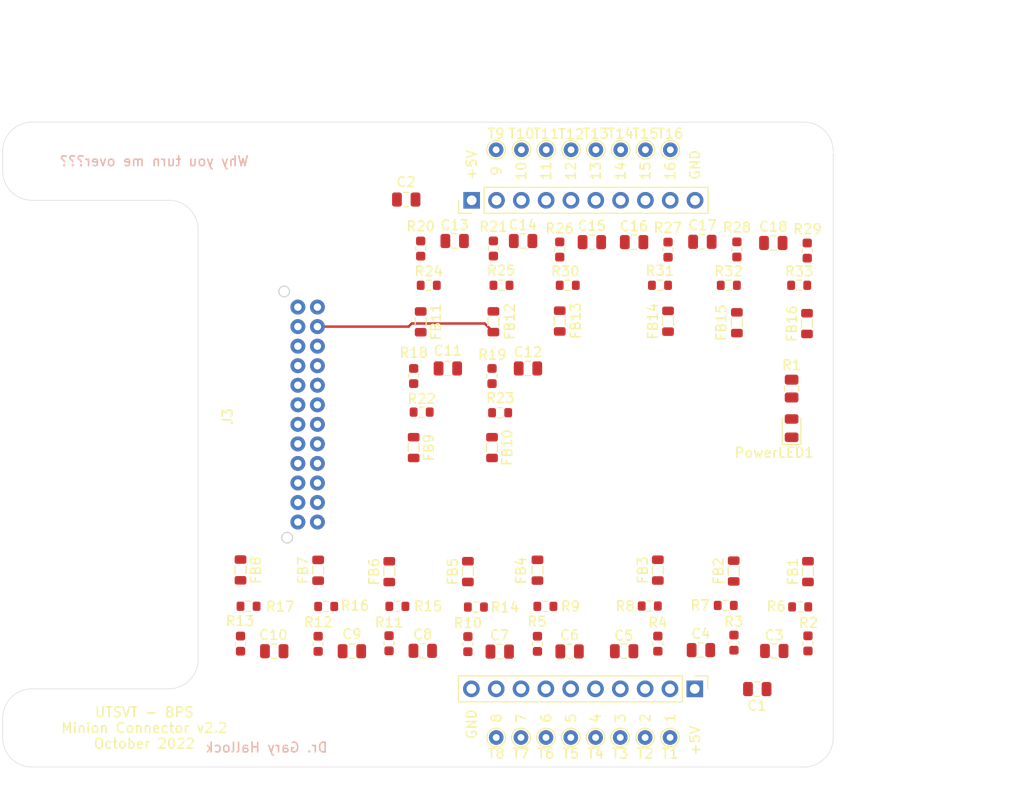
<source format=kicad_pcb>
(kicad_pcb (version 20211014) (generator pcbnew)
  (layers (0 "F.Cu" signal) (31 "B.Cu" signal) (34 "B.Paste" user) (35 "F.Paste" user) (36 "B.SilkS" user "B.Silkscreen") (37 "F.SilkS" user "F.Silkscreen") (38 "B.Mask" user) (39 "F.Mask" user) (44 "Edge.Cuts" user))
  (net 0 "")
  (net 1 "+5V")
  (net 2 "GND")
  (net 3 "/TempSens2")
  (net 4 "/TempSens3")
  (net 5 "/TempSens4")
  (net 6 "/TempSens5")
  (net 7 "/TempSens6")
  (net 8 "/TempSens7")
  (net 9 "/TempSens1")
  (net 10 "/TempSens8")
  (net 11 "/TempSens9")
  (net 12 "/TempSens10")
  (net 13 "/TempSens11")
  (net 14 "/TempSens12")
  (net 15 "/TempSens13")
  (net 16 "/TempSens14")
  (net 17 "/TempSens15")
  (net 18 "/TempSens16")
  (net 19 "Net-(FB1-Pad1)")
  (net 20 "/temp1")
  (net 21 "Net-(FB2-Pad1)")
  (net 22 "/temp5")
  (net 23 "Net-(FB3-Pad1)")
  (net 24 "/temp9")
  (net 25 "Net-(FB4-Pad1)")
  (net 26 "/temp13")
  (net 27 "Net-(FB5-Pad1)")
  (net 28 "/temp2")
  (net 29 "Net-(FB6-Pad1)")
  (net 30 "/temp6")
  (net 31 "Net-(FB7-Pad1)")
  (net 32 "/temp10")
  (net 33 "Net-(FB8-Pad1)")
  (net 34 "/temp14")
  (net 35 "Net-(FB9-Pad1)")
  (net 36 "/temp3")
  (net 37 "Net-(FB10-Pad1)")
  (net 38 "/temp7")
  (net 39 "Net-(FB11-Pad1)")
  (net 40 "/temp11")
  (net 41 "Net-(FB12-Pad1)")
  (net 42 "/temp15")
  (net 43 "Net-(FB13-Pad1)")
  (net 44 "/temp4")
  (net 45 "Net-(FB14-Pad1)")
  (net 46 "/temp8")
  (net 47 "Net-(FB15-Pad1)")
  (net 48 "/temp12")
  (net 49 "Net-(FB16-Pad1)")
  (net 50 "/temp16")
  (net 51 "Net-(PowerLED1-Pad2)")
  (footprint "Connector_PinHeader_2.54mm:PinHeader_1x10_P2.54mm_Vertical" (layer "F.Cu") (at 148 78 90)
    (fp_text reference "J2" hide)
    (fp_text value "TempConn2")
    (pad "1" thru_hole rect locked (at 0 0 90) (size 1.7 1.7) (drill 1) (layers *.Cu *.Mask) (net 1 "+5V"))
    (pad "2" thru_hole oval locked (at 0 2.54 90) (size 1.7 1.7) (drill 1) (layers *.Cu *.Mask) (net 11 "/TempSens9"))
    (pad "3" thru_hole oval locked (at 0 5.08 90) (size 1.7 1.7) (drill 1) (layers *.Cu *.Mask) (net 12 "/TempSens10"))
    (pad "4" thru_hole oval locked (at 0 7.62 90) (size 1.7 1.7) (drill 1) (layers *.Cu *.Mask) (net 13 "/TempSens11"))
    (pad "5" thru_hole oval locked (at 0 10.16 90) (size 1.7 1.7) (drill 1) (layers *.Cu *.Mask) (net 14 "/TempSens12"))
    (pad "6" thru_hole oval locked (at 0 12.7 90) (size 1.7 1.7) (drill 1) (layers *.Cu *.Mask) (net 15 "/TempSens13"))
    (pad "7" thru_hole oval locked (at 0 15.24 90) (size 1.7 1.7) (drill 1) (layers *.Cu *.Mask) (net 16 "/TempSens14"))
    (pad "8" thru_hole oval locked (at 0 17.78 90) (size 1.7 1.7) (drill 1) (layers *.Cu *.Mask) (net 17 "/TempSens15"))
    (pad "9" thru_hole oval locked (at 0 20.32 90) (size 1.7 1.7) (drill 1) (layers *.Cu *.Mask) (net 18 "/TempSens16"))
    (pad "10" thru_hole oval locked (at 0 22.86 90) (size 1.7 1.7) (drill 1) (layers *.Cu *.Mask) (net 2 "GND"))
  )
  (footprint "MountingHole:MountingHole_3mm" (layer "F.Cu") (at 182 133)
    (fp_text reference "H2" hide)
    (fp_text value "M3")
    (pad "" np_thru_hole circle locked (at 0 0) (size 3 3) (drill 3) (layers *.Cu *.Mask))
  )
  (footprint "MountingHole:MountingHole_3mm" (layer "F.Cu") (at 103 133)
    (fp_text reference "H4" hide)
    (fp_text value "M3")
    (pad "" np_thru_hole circle locked (at 0 0) (size 3 3) (drill 3) (layers *.Cu *.Mask))
  )
  (footprint "MountingHole:MountingHole_3mm" (layer "F.Cu") (at 103 73)
    (fp_text reference "H3" hide)
    (fp_text value "M3")
    (pad "" np_thru_hole circle locked (at 0 0) (size 3 3) (drill 3) (layers *.Cu *.Mask))
  )
  (footprint "MountingHole:MountingHole_3mm" (layer "F.Cu") (at 182 73)
    (fp_text reference "H1" hide)
    (fp_text value "M3")
    (pad "" np_thru_hole circle locked (at 0 0) (size 3 3) (drill 3) (layers *.Cu *.Mask))
  )
  (footprint "Connector_PinHeader_2.54mm:PinHeader_1x10_P2.54mm_Vertical" (layer "F.Cu") (at 170.83 128 -90)
    (fp_text reference "J1" hide)
    (fp_text value "TempConn1")
    (pad "1" thru_hole rect locked (at 0 0 270) (size 1.7 1.7) (drill 1) (layers *.Cu *.Mask) (net 1 "+5V"))
    (pad "2" thru_hole oval locked (at 0 2.54 270) (size 1.7 1.7) (drill 1) (layers *.Cu *.Mask) (net 9 "/TempSens1"))
    (pad "3" thru_hole oval locked (at 0 5.08 270) (size 1.7 1.7) (drill 1) (layers *.Cu *.Mask) (net 3 "/TempSens2"))
    (pad "4" thru_hole oval locked (at 0 7.62 270) (size 1.7 1.7) (drill 1) (layers *.Cu *.Mask) (net 4 "/TempSens3"))
    (pad "5" thru_hole oval locked (at 0 10.16 270) (size 1.7 1.7) (drill 1) (layers *.Cu *.Mask) (net 5 "/TempSens4"))
    (pad "6" thru_hole oval locked (at 0 12.7 270) (size 1.7 1.7) (drill 1) (layers *.Cu *.Mask) (net 6 "/TempSens5"))
    (pad "7" thru_hole oval locked (at 0 15.24 270) (size 1.7 1.7) (drill 1) (layers *.Cu *.Mask) (net 7 "/TempSens6"))
    (pad "8" thru_hole oval locked (at 0 17.78 270) (size 1.7 1.7) (drill 1) (layers *.Cu *.Mask) (net 8 "/TempSens7"))
    (pad "9" thru_hole oval locked (at 0 20.32 270) (size 1.7 1.7) (drill 1) (layers *.Cu *.Mask) (net 10 "/TempSens8"))
    (pad "10" thru_hole oval locked (at 0 22.86 270) (size 1.7 1.7) (drill 1) (layers *.Cu *.Mask) (net 2 "GND"))
  )
  (footprint "Resistor_SMD:R_0603_1608Metric" (layer "F.Cu") (at 125.165 119.55)
    (fp_text reference "R17" (at 3.235 0.03) (layer "F.SilkS"))
    (fp_text value "10k")
    (pad "1" smd roundrect (at -0.825 0) (size 0.8 0.95) (layers "F.Cu" "F.Paste" "F.Mask") (net 33 "Net-(FB8-Pad1)"))
    (pad "2" smd roundrect (at 0.825 0) (size 0.8 0.95) (layers "F.Cu" "F.Paste" "F.Mask") (net 1 "+5V"))
  )
  (footprint "Resistor_SMD:R_0603_1608Metric" (layer "F.Cu") (at 150.91 99.74)
    (fp_text reference "R23" (at 0.02 -1.5) (layer "F.SilkS"))
    (fp_text value "10k")
    (pad "1" smd roundrect (at -0.825 0) (size 0.8 0.95) (layers "F.Cu" "F.Paste" "F.Mask") (net 37 "Net-(FB10-Pad1)"))
    (pad "2" smd roundrect (at 0.825 0) (size 0.8 0.95) (layers "F.Cu" "F.Paste" "F.Mask") (net 1 "+5V"))
  )
  (footprint "Resistor_SMD:R_0603_1608Metric" (layer "F.Cu") (at 157.83 86.7)
    (fp_text reference "R30" (at -0.255 -1.43) (layer "F.SilkS"))
    (fp_text value "10k")
    (pad "1" smd roundrect (at -0.825 0) (size 0.8 0.95) (layers "F.Cu" "F.Paste" "F.Mask") (net 43 "Net-(FB13-Pad1)"))
    (pad "2" smd roundrect (at 0.825 0) (size 0.8 0.95) (layers "F.Cu" "F.Paste" "F.Mask") (net 1 "+5V"))
  )
  (footprint "Resistor_SMD:R_0603_1608Metric" (layer "F.Cu") (at 148.43 119.63)
    (fp_text reference "R14" (at 2.96 0.03) (layer "F.SilkS"))
    (fp_text value "10k")
    (pad "1" smd roundrect (at -0.825 0) (size 0.8 0.95) (layers "F.Cu" "F.Paste" "F.Mask") (net 27 "Net-(FB5-Pad1)"))
    (pad "2" smd roundrect (at 0.825 0) (size 0.8 0.95) (layers "F.Cu" "F.Paste" "F.Mask") (net 1 "+5V"))
  )
  (footprint "Inductor_SMD:L_0805_2012Metric" (layer "F.Cu") (at 154.73 115.8575 90)
    (fp_text reference "FB4" (at -0.03 -1.68 90) (layer "F.SilkS"))
    (fp_text value "2.2k")
    (pad "1" smd roundrect (at -1.0625 0 90) (size 0.875 1.2) (layers "F.Cu" "F.Paste" "F.Mask") (net 25 "Net-(FB4-Pad1)"))
    (pad "2" smd roundrect (at 1.0625 0 90) (size 0.875 1.2) (layers "F.Cu" "F.Paste" "F.Mask") (net 26 "/temp13"))
  )
  (footprint "Capacitor_SMD:C_0603_1608Metric" (layer "F.Cu") (at 139.54 123.335 90)
    (fp_text reference "R11" (at 2.13 0 180) (layer "F.SilkS"))
    (fp_text value "4.7k")
    (pad "1" smd roundrect (at -0.775 0 90) (size 0.9 0.95) (layers "F.Cu" "F.Paste" "F.Mask") (net 7 "/TempSens6"))
    (pad "2" smd roundrect (at 0.775 0 90) (size 0.9 0.95) (layers "F.Cu" "F.Paste" "F.Mask") (net 29 "Net-(FB6-Pad1)"))
  )
  (footprint "Capacitor_SMD:C_0603_1608Metric" (layer "F.Cu") (at 182.415 123.35 90)
    (fp_text reference "R2" (at 2.1 0.05 180) (layer "F.SilkS"))
    (fp_text value "4.7k")
    (pad "1" smd roundrect (at -0.775 0 90) (size 0.9 0.95) (layers "F.Cu" "F.Paste" "F.Mask") (net 9 "/TempSens1"))
    (pad "2" smd roundrect (at 0.775 0 90) (size 0.9 0.95) (layers "F.Cu" "F.Paste" "F.Mask") (net 19 "Net-(FB1-Pad1)"))
  )
  (footprint "TestPoint:TestPoint_THTPad_D1.5mm_Drill0.7mm" (layer "F.Cu") (at 165.78 72.83)
    (fp_text reference "T15" (at 0 -1.648) (layer "F.SilkS"))
    (fp_text value "TestPoint")
    (pad "1" thru_hole circle (at 0 0) (size 1.5 1.5) (drill 0.7) (layers *.Cu *.Mask) (net 17 "/TempSens15"))
  )
  (footprint "Resistor_SMD:R_0603_1608Metric" (layer "F.Cu") (at 166.225 119.525 180)
    (fp_text reference "R8" (at 2.525 -0.02) (layer "F.SilkS"))
    (fp_text value "10k")
    (pad "1" smd roundrect (at -0.825 0 180) (size 0.8 0.95) (layers "F.Cu" "F.Paste" "F.Mask") (net 23 "Net-(FB3-Pad1)"))
    (pad "2" smd roundrect (at 0.825 0 180) (size 0.8 0.95) (layers "F.Cu" "F.Paste" "F.Mask") (net 1 "+5V"))
  )
  (footprint "Inductor_SMD:L_0805_2012Metric" (layer "F.Cu") (at 182.315 90.62 90)
    (fp_text reference "FB16" (at 0 -1.55 90) (layer "F.SilkS"))
    (fp_text value "2.2k")
    (pad "1" smd roundrect (at -1.0625 0 90) (size 0.875 1.2) (layers "F.Cu" "F.Paste" "F.Mask") (net 49 "Net-(FB16-Pad1)"))
    (pad "2" smd roundrect (at 1.0625 0 90) (size 0.875 1.2) (layers "F.Cu" "F.Paste" "F.Mask") (net 50 "/temp16"))
  )
  (footprint "Inductor_SMD:L_0805_2012Metric" (layer "F.Cu") (at 132.285 115.865 90)
    (fp_text reference "FB7" (at 0 -1.55 90) (layer "F.SilkS"))
    (fp_text value "2.2k")
    (pad "1" smd roundrect (at -1.0625 0 90) (size 0.875 1.2) (layers "F.Cu" "F.Paste" "F.Mask") (net 31 "Net-(FB7-Pad1)"))
    (pad "2" smd roundrect (at 1.0625 0 90) (size 0.875 1.2) (layers "F.Cu" "F.Paste" "F.Mask") (net 32 "/temp10"))
  )
  (footprint "Resistor_SMD:R_0603_1608Metric" (layer "F.Cu") (at 181.515 86.7 180)
    (fp_text reference "R33" (at 0 1.425) (layer "F.SilkS"))
    (fp_text value "10k")
    (pad "1" smd roundrect (at -0.825 0 180) (size 0.8 0.95) (layers "F.Cu" "F.Paste" "F.Mask") (net 49 "Net-(FB16-Pad1)"))
    (pad "2" smd roundrect (at 0.825 0 180) (size 0.8 0.95) (layers "F.Cu" "F.Paste" "F.Mask") (net 1 "+5V"))
  )
  (footprint "TestPoint:TestPoint_THTPad_D1.5mm_Drill0.7mm" (layer "F.Cu") (at 160.71 72.83)
    (fp_text reference "T13" (at 0 -1.648) (layer "F.SilkS"))
    (fp_text value "TestPoint")
    (pad "1" thru_hole circle (at 0 0) (size 1.5 1.5) (drill 0.7) (layers *.Cu *.Mask) (net 15 "/TempSens13"))
  )
  (footprint "TestPoint:TestPoint_THTPad_D1.5mm_Drill0.7mm" (layer "F.Cu") (at 153.09 72.83)
    (fp_text reference "T10" (at 0 -1.648) (layer "F.SilkS"))
    (fp_text value "TestPoint")
    (pad "1" thru_hole circle (at 0 0) (size 1.5 1.5) (drill 0.7) (layers *.Cu *.Mask) (net 12 "/TempSens10"))
  )
  (footprint "Capacitor_SMD:C_0805_2012Metric" (layer "F.Cu") (at 178.865 82.37)
    (fp_text reference "C18" (at 0 -1.68) (layer "F.SilkS"))
    (fp_text value "1u")
    (pad "1" smd roundrect (at -0.95 0) (size 1 1.45) (layers "F.Cu" "F.Paste" "F.Mask") (net 2 "GND"))
    (pad "2" smd roundrect (at 0.95 0) (size 1 1.45) (layers "F.Cu" "F.Paste" "F.Mask") (net 18 "/TempSens16"))
  )
  (footprint "TestPoint:TestPoint_THTPad_D1.5mm_Drill0.7mm" (layer "F.Cu") (at 153.04 132.98 180)
    (fp_text reference "T7" (at 0 -1.648) (layer "F.SilkS"))
    (fp_text value "TestPoint")
    (pad "1" thru_hole circle (at 0 0 180) (size 1.5 1.5) (drill 0.7) (layers *.Cu *.Mask) (net 8 "/TempSens7"))
  )
  (footprint "TestPoint:TestPoint_THTPad_D1.5mm_Drill0.7mm" (layer "F.Cu") (at 160.68 132.98 180)
    (fp_text reference "T4" (at 0 -1.648) (layer "F.SilkS"))
    (fp_text value "TestPoint")
    (pad "1" thru_hole circle (at 0 0 180) (size 1.5 1.5) (drill 0.7) (layers *.Cu *.Mask) (net 5 "/TempSens4"))
  )
  (footprint "Capacitor_SMD:C_0603_1608Metric" (layer "F.Cu") (at 132.285 123.39 90)
    (fp_text reference "R12" (at 2.21 0.005) (layer "F.SilkS"))
    (fp_text value "4.7k")
    (pad "1" smd roundrect (at -0.775 0 90) (size 0.9 0.95) (layers "F.Cu" "F.Paste" "F.Mask") (net 8 "/TempSens7"))
    (pad "2" smd roundrect (at 0.775 0 90) (size 0.9 0.95) (layers "F.Cu" "F.Paste" "F.Mask") (net 31 "Net-(FB7-Pad1)"))
  )
  (footprint "Capacitor_SMD:C_0805_2012Metric" (layer "F.Cu") (at 164.62 82.28)
    (fp_text reference "C16" (at -0.01 -1.64) (layer "F.SilkS"))
    (fp_text value "1u")
    (pad "1" smd roundrect (at -0.95 0) (size 1 1.45) (layers "F.Cu" "F.Paste" "F.Mask") (net 2 "GND"))
    (pad "2" smd roundrect (at 0.95 0) (size 1 1.45) (layers "F.Cu" "F.Paste" "F.Mask") (net 16 "/TempSens14"))
  )
  (footprint "Inductor_SMD:L_0805_2012Metric" (layer "F.Cu") (at 142.78 90.44 -90)
    (fp_text reference "FB11" (at 0 -1.55 90) (layer "F.SilkS"))
    (fp_text value "2.2k")
    (pad "1" smd roundrect (at -1.0625 0 270) (size 0.875 1.2) (layers "F.Cu" "F.Paste" "F.Mask") (net 39 "Net-(FB11-Pad1)"))
    (pad "2" smd roundrect (at 1.0625 0 270) (size 0.875 1.2) (layers "F.Cu" "F.Paste" "F.Mask") (net 40 "/temp11"))
  )
  (footprint "Capacitor_SMD:C_0805_2012Metric" (layer "F.Cu") (at 153.26 82.17 180)
    (fp_text reference "C14" (at 0.02 1.63) (layer "F.SilkS"))
    (fp_text value "1u")
    (pad "1" smd roundrect (at -0.95 0 180) (size 1 1.45) (layers "F.Cu" "F.Paste" "F.Mask") (net 2 "GND"))
    (pad "2" smd roundrect (at 0.95 0 180) (size 1 1.45) (layers "F.Cu" "F.Paste" "F.Mask") (net 14 "/TempSens12"))
  )
  (footprint "Resistor_SMD:R_0603_1608Metric" (layer "F.Cu") (at 155.54 119.56)
    (fp_text reference "R9" (at 2.56 0) (layer "F.SilkS"))
    (fp_text value "10k")
    (pad "1" smd roundrect (at -0.825 0) (size 0.8 0.95) (layers "F.Cu" "F.Paste" "F.Mask") (net 25 "Net-(FB4-Pad1)"))
    (pad "2" smd roundrect (at 0.825 0) (size 0.8 0.95) (layers "F.Cu" "F.Paste" "F.Mask") (net 1 "+5V"))
  )
  (footprint "Capacitor_SMD:C_0603_1608Metric" (layer "F.Cu") (at 124.34 123.375 90)
    (fp_text reference "R13" (at 2.315 -0.06) (layer "F.SilkS"))
    (fp_text value "4.7k")
    (pad "1" smd roundrect (at -0.775 0 90) (size 0.9 0.95) (layers "F.Cu" "F.Paste" "F.Mask") (net 10 "/TempSens8"))
    (pad "2" smd roundrect (at 0.775 0 90) (size 0.9 0.95) (layers "F.Cu" "F.Paste" "F.Mask") (net 33 "Net-(FB8-Pad1)"))
  )
  (footprint "Resistor_SMD:R_0805_2012Metric" (layer "F.Cu") (at 180.74 97.27 -90)
    (fp_text reference "R1" (at -2.4 0 180) (layer "F.SilkS"))
    (fp_text value "1.2k")
    (pad "1" smd roundrect (at -0.9125 0 270) (size 1.025 1.4) (layers "F.Cu" "F.Paste" "F.Mask") (roundrect_rratio 0.243902) (net 1 "+5V"))
    (pad "2" smd roundrect (at 0.9125 0 270) (size 1.025 1.4) (layers "F.Cu" "F.Paste" "F.Mask") (roundrect_rratio 0.243902) (net 51 "Net-(PowerLED1-Pad2)"))
  )
  (footprint "Capacitor_SMD:C_0805_2012Metric" (layer "F.Cu") (at 150.87 124.19 180)
    (fp_text reference "C7" (at 0.03 1.68) (layer "F.SilkS"))
    (fp_text value "1u")
    (pad "1" smd roundrect (at -0.95 0 180) (size 1 1.45) (layers "F.Cu" "F.Paste" "F.Mask") (net 2 "GND"))
    (pad "2" smd roundrect (at 0.95 0 180) (size 1 1.45) (layers "F.Cu" "F.Paste" "F.Mask") (net 6 "/TempSens5"))
  )
  (footprint "Inductor_SMD:L_0805_2012Metric" (layer "F.Cu") (at 182.415 116 90)
    (fp_text reference "FB1" (at 0 -1.55 90) (layer "F.SilkS"))
    (fp_text value "2.2k")
    (pad "1" smd roundrect (at -1.0625 0 90) (size 0.875 1.2) (layers "F.Cu" "F.Paste" "F.Mask") (net 19 "Net-(FB1-Pad1)"))
    (pad "2" smd roundrect (at 1.0625 0 90) (size 0.875 1.2) (layers "F.Cu" "F.Paste" "F.Mask") (net 20 "/temp1"))
  )
  (footprint "Capacitor_SMD:C_0805_2012Metric" (layer "F.Cu") (at 145.56 95.21 180)
    (fp_text reference "C11" (at -0.01 1.83) (layer "F.SilkS"))
    (fp_text value "1u")
    (pad "1" smd roundrect (at -0.95 0 180) (size 1 1.45) (layers "F.Cu" "F.Paste" "F.Mask") (net 2 "GND"))
    (pad "2" smd roundrect (at 0.95 0 180) (size 1 1.45) (layers "F.Cu" "F.Paste" "F.Mask") (net 11 "/TempSens9"))
  )
  (footprint "Resistor_SMD:R_0603_1608Metric" (layer "F.Cu") (at 174 119.465 180)
    (fp_text reference "R7" (at 2.63 0.02) (layer "F.SilkS"))
    (fp_text value "10k")
    (pad "1" smd roundrect (at -0.825 0 180) (size 0.8 0.95) (layers "F.Cu" "F.Paste" "F.Mask") (net 21 "Net-(FB2-Pad1)"))
    (pad "2" smd roundrect (at 0.825 0 180) (size 0.8 0.95) (layers "F.Cu" "F.Paste" "F.Mask") (net 1 "+5V"))
  )
  (footprint "TestPoint:TestPoint_THTPad_D1.5mm_Drill0.7mm" (layer "F.Cu") (at 163.25 72.83)
    (fp_text reference "T14" (at 0 -1.648) (layer "F.SilkS"))
    (fp_text value "TestPoint")
    (pad "1" thru_hole circle (at 0 0) (size 1.5 1.5) (drill 0.7) (layers *.Cu *.Mask) (net 16 "/TempSens14"))
  )
  (footprint "Inductor_SMD:L_0805_2012Metric" (layer "F.Cu") (at 174.815 115.945 90)
    (fp_text reference "FB2" (at 0 -1.55 90) (layer "F.SilkS"))
    (fp_text value "2.2k")
    (pad "1" smd roundrect (at -1.0625 0 90) (size 0.875 1.2) (layers "F.Cu" "F.Paste" "F.Mask") (net 21 "Net-(FB2-Pad1)"))
    (pad "2" smd roundrect (at 1.0625 0 90) (size 0.875 1.2) (layers "F.Cu" "F.Paste" "F.Mask") (net 22 "/temp5"))
  )
  (footprint "Inductor_SMD:L_0805_2012Metric" (layer "F.Cu") (at 175.14 90.53 -90)
    (fp_text reference "FB15" (at -0.01 1.61 90) (layer "F.SilkS"))
    (fp_text value "2.2k")
    (pad "1" smd roundrect (at -1.0625 0 270) (size 0.875 1.2) (layers "F.Cu" "F.Paste" "F.Mask") (net 47 "Net-(FB15-Pad1)"))
    (pad "2" smd roundrect (at 1.0625 0 270) (size 0.875 1.2) (layers "F.Cu" "F.Paste" "F.Mask") (net 48 "/temp12"))
  )
  (footprint "Capacitor_SMD:C_0603_1608Metric" (layer "F.Cu") (at 175.14 83.03 -90)
    (fp_text reference "R28" (at -2.25 0 180) (layer "F.SilkS"))
    (fp_text value "4.7k")
    (pad "1" smd roundrect (at -0.775 0 270) (size 0.9 0.95) (layers "F.Cu" "F.Paste" "F.Mask") (net 17 "/TempSens15"))
    (pad "2" smd roundrect (at 0.775 0 270) (size 0.9 0.95) (layers "F.Cu" "F.Paste" "F.Mask") (net 47 "Net-(FB15-Pad1)"))
  )
  (footprint "Capacitor_SMD:C_0603_1608Metric" (layer "F.Cu") (at 174.84 123.27 90)
    (fp_text reference "R3" (at 2.15 -0.025) (layer "F.SilkS"))
    (fp_text value "4.7k")
    (pad "1" smd roundrect (at -0.775 0 90) (size 0.9 0.95) (layers "F.Cu" "F.Paste" "F.Mask") (net 3 "/TempSens2"))
    (pad "2" smd roundrect (at 0.775 0 90) (size 0.9 0.95) (layers "F.Cu" "F.Paste" "F.Mask") (net 21 "Net-(FB2-Pad1)"))
  )
  (footprint "Resistor_SMD:R_0603_1608Metric" (layer "F.Cu") (at 140.39 119.56)
    (fp_text reference "R15" (at 3.14 -0.01) (layer "F.SilkS"))
    (fp_text value "10k")
    (pad "1" smd roundrect (at -0.825 0) (size 0.8 0.95) (layers "F.Cu" "F.Paste" "F.Mask") (net 29 "Net-(FB6-Pad1)"))
    (pad "2" smd roundrect (at 0.825 0) (size 0.8 0.95) (layers "F.Cu" "F.Paste" "F.Mask") (net 1 "+5V"))
  )
  (footprint "Capacitor_SMD:C_0805_2012Metric" (layer "F.Cu") (at 142.99 124.11 180)
    (fp_text reference "C8" (at 0 1.675) (layer "F.SilkS"))
    (fp_text value "1u")
    (pad "1" smd roundrect (at -0.95 0 180) (size 1 1.45) (layers "F.Cu" "F.Paste" "F.Mask") (net 2 "GND"))
    (pad "2" smd roundrect (at 0.95 0 180) (size 1 1.45) (layers "F.Cu" "F.Paste" "F.Mask") (net 7 "/TempSens6"))
  )
  (footprint "Inductor_SMD:L_0805_2012Metric" (layer "F.Cu") (at 167.05 115.85 90)
    (fp_text reference "FB3" (at 0 -1.55 90) (layer "F.SilkS"))
    (fp_text value "2.2k")
    (pad "1" smd roundrect (at -1.0625 0 90) (size 0.875 1.2) (layers "F.Cu" "F.Paste" "F.Mask") (net 23 "Net-(FB3-Pad1)"))
    (pad "2" smd roundrect (at 1.0625 0 90) (size 0.875 1.2) (layers "F.Cu" "F.Paste" "F.Mask") (net 24 "/temp9"))
  )
  (footprint "Capacitor_SMD:C_0805_2012Metric" (layer "F.Cu") (at 141.3 77.925 180)
    (fp_text reference "C2" (at 0.01 1.795) (layer "F.SilkS"))
    (fp_text value "100n")
    (pad "1" smd roundrect (at -0.95 0 180) (size 1 1.45) (layers "F.Cu" "F.Paste" "F.Mask") (net 1 "+5V"))
    (pad "2" smd roundrect (at 0.95 0 180) (size 1 1.45) (layers "F.Cu" "F.Paste" "F.Mask") (net 2 "GND"))
  )
  (footprint "Capacitor_SMD:C_0805_2012Metric" (layer "F.Cu") (at 171.46 124.035)
    (fp_text reference "C4" (at -0.005 -1.67) (layer "F.SilkS"))
    (fp_text value "1u")
    (pad "1" smd roundrect (at -0.95 0) (size 1 1.45) (layers "F.Cu" "F.Paste" "F.Mask") (net 2 "GND"))
    (pad "2" smd roundrect (at 0.95 0) (size 1 1.45) (layers "F.Cu" "F.Paste" "F.Mask") (net 3 "/TempSens2"))
  )
  (footprint "Capacitor_SMD:C_0805_2012Metric" (layer "F.Cu") (at 153.76 95.21 180)
    (fp_text reference "C12" (at 0 1.675) (layer "F.SilkS"))
    (fp_text value "1u")
    (pad "1" smd roundrect (at -0.95 0 180) (size 1 1.45) (layers "F.Cu" "F.Paste" "F.Mask") (net 2 "GND"))
    (pad "2" smd roundrect (at 0.95 0 180) (size 1 1.45) (layers "F.Cu" "F.Paste" "F.Mask") (net 12 "/TempSens10"))
  )
  (footprint "Capacitor_SMD:C_0603_1608Metric" (layer "F.Cu") (at 142.06 95.985 -90)
    (fp_text reference "R18" (at -2.385 -0.01) (layer "F.SilkS"))
    (fp_text value "4.7k")
    (pad "1" smd roundrect (at -0.775 0 270) (size 0.9 0.95) (layers "F.Cu" "F.Paste" "F.Mask") (net 11 "/TempSens9"))
    (pad "2" smd roundrect (at 0.775 0 270) (size 0.9 0.95) (layers "F.Cu" "F.Paste" "F.Mask") (net 35 "Net-(FB9-Pad1)"))
  )
  (footprint "Capacitor_SMD:C_0805_2012Metric" (layer "F.Cu") (at 160.3 82.28)
    (fp_text reference "C15" (at 0 -1.67) (layer "F.SilkS"))
    (fp_text value "1u")
    (pad "1" smd roundrect (at -0.95 0) (size 1 1.45) (layers "F.Cu" "F.Paste" "F.Mask") (net 2 "GND"))
    (pad "2" smd roundrect (at 0.95 0) (size 1 1.45) (layers "F.Cu" "F.Paste" "F.Mask") (net 15 "/TempSens13"))
  )
  (footprint "TestPoint:TestPoint_THTPad_D1.5mm_Drill0.7mm" (layer "F.Cu") (at 163.2 132.98 180)
    (fp_text reference "T3" (at 0 -1.648) (layer "F.SilkS"))
    (fp_text value "TestPoint")
    (pad "1" thru_hole circle (at 0 0 180) (size 1.5 1.5) (drill 0.7) (layers *.Cu *.Mask) (net 4 "/TempSens3"))
  )
  (footprint "Resistor_SMD:R_0603_1608Metric" (layer "F.Cu") (at 181.615 119.6125 180)
    (fp_text reference "R6" (at 2.45 0.05) (layer "F.SilkS"))
    (fp_text value "10k")
    (pad "1" smd roundrect (at -0.825 0 180) (size 0.8 0.95) (layers "F.Cu" "F.Paste" "F.Mask") (net 19 "Net-(FB1-Pad1)"))
    (pad "2" smd roundrect (at 0.825 0 180) (size 0.8 0.95) (layers "F.Cu" "F.Paste" "F.Mask") (net 1 "+5V"))
  )
  (footprint "Capacitor_SMD:C_0805_2012Metric" (layer "F.Cu") (at 127.79 124.15 180)
    (fp_text reference "C10" (at 0.09 1.67) (layer "F.SilkS"))
    (fp_text value "1u")
    (pad "1" smd roundrect (at -0.95 0 180) (size 1 1.45) (layers "F.Cu" "F.Paste" "F.Mask") (net 2 "GND"))
    (pad "2" smd roundrect (at 0.95 0 180) (size 1 1.45) (layers "F.Cu" "F.Paste" "F.Mask") (net 10 "/TempSens8"))
  )
  (footprint "Inductor_SMD:L_0805_2012Metric" (layer "F.Cu") (at 142.06 103.31 -90)
    (fp_text reference "FB9" (at 0 -1.55 90) (layer "F.SilkS"))
    (fp_text value "2.2k")
    (pad "1" smd roundrect (at -1.0625 0 270) (size 0.875 1.2) (layers "F.Cu" "F.Paste" "F.Mask") (net 35 "Net-(FB9-Pad1)"))
    (pad "2" smd roundrect (at 1.0625 0 270) (size 0.875 1.2) (layers "F.Cu" "F.Paste" "F.Mask") (net 36 "/temp3"))
  )
  (footprint "Capacitor_SMD:C_0603_1608Metric" (layer "F.Cu") (at 142.78 82.94 -90)
    (fp_text reference "R20" (at -2.275 0 180) (layer "F.SilkS"))
    (fp_text value "4.7k")
    (pad "1" smd roundrect (at -0.775 0 270) (size 0.9 0.95) (layers "F.Cu" "F.Paste" "F.Mask") (net 13 "/TempSens11"))
    (pad "2" smd roundrect (at 0.775 0 270) (size 0.9 0.95) (layers "F.Cu" "F.Paste" "F.Mask") (net 39 "Net-(FB11-Pad1)"))
  )
  (footprint "Resistor_SMD:R_0603_1608Metric" (layer "F.Cu") (at 142.88 99.68)
    (fp_text reference "R22" (at 0 -1.36) (layer "F.SilkS"))
    (fp_text value "10k")
    (pad "1" smd roundrect (at -0.825 0) (size 0.8 0.95) (layers "F.Cu" "F.Paste" "F.Mask") (net 35 "Net-(FB9-Pad1)"))
    (pad "2" smd roundrect (at 0.825 0) (size 0.8 0.95) (layers "F.Cu" "F.Paste" "F.Mask") (net 1 "+5V"))
  )
  (footprint "Capacitor_SMD:C_0603_1608Metric" (layer "F.Cu") (at 147.61 123.42 90)
    (fp_text reference "R10" (at 2.15 0 180) (layer "F.SilkS"))
    (fp_text value "4.7k")
    (pad "1" smd roundrect (at -0.775 0 90) (size 0.9 0.95) (layers "F.Cu" "F.Paste" "F.Mask") (net 6 "/TempSens5"))
    (pad "2" smd roundrect (at 0.775 0 90) (size 0.9 0.95) (layers "F.Cu" "F.Paste" "F.Mask") (net 27 "Net-(FB5-Pad1)"))
  )
  (footprint "Inductor_SMD:L_0805_2012Metric" (layer "F.Cu") (at 157.01 90.36 -90)
    (fp_text reference "FB13" (at -0.03 -1.63 90) (layer "F.SilkS"))
    (fp_text value "2.2k")
    (pad "1" smd roundrect (at -1.0625 0 270) (size 0.875 1.2) (layers "F.Cu" "F.Paste" "F.Mask") (net 43 "Net-(FB13-Pad1)"))
    (pad "2" smd roundrect (at 1.0625 0 270) (size 0.875 1.2) (layers "F.Cu" "F.Paste" "F.Mask") (net 44 "/temp4"))
  )
  (footprint "Capacitor_SMD:C_0603_1608Metric" (layer "F.Cu") (at 150.08 95.985 -90)
    (fp_text reference "R19" (at -2.185 -0.03) (layer "F.SilkS"))
    (fp_text value "4.7k")
    (pad "1" smd roundrect (at -0.775 0 270) (size 0.9 0.95) (layers "F.Cu" "F.Paste" "F.Mask") (net 12 "/TempSens10"))
    (pad "2" smd roundrect (at 0.775 0 270) (size 0.9 0.95) (layers "F.Cu" "F.Paste" "F.Mask") (net 37 "Net-(FB10-Pad1)"))
  )
  (footprint "Resistor_SMD:R_0603_1608Metric" (layer "F.Cu") (at 143.605 86.7)
    (fp_text reference "R24" (at 0 -1.43) (layer "F.SilkS"))
    (fp_text value "10k")
    (pad "1" smd roundrect (at -0.825 0) (size 0.8 0.95) (layers "F.Cu" "F.Paste" "F.Mask") (net 39 "Net-(FB11-Pad1)"))
    (pad "2" smd roundrect (at 0.825 0) (size 0.8 0.95) (layers "F.Cu" "F.Paste" "F.Mask") (net 1 "+5V"))
  )
  (footprint "TestPoint:TestPoint_THTPad_D1.5mm_Drill0.7mm" (layer "F.Cu") (at 158.17 72.83)
    (fp_text reference "T12" (at 0.01 -1.6) (layer "F.SilkS"))
    (fp_text value "TestPoint")
    (pad "1" thru_hole circle (at 0 0) (size 1.5 1.5) (drill 0.7) (layers *.Cu *.Mask) (net 14 "/TempSens12"))
  )
  (footprint "Inductor_SMD:L_0805_2012Metric" (layer "F.Cu") (at 150.08 103.31 -90)
    (fp_text reference "FB10" (at 0 -1.55 90) (layer "F.SilkS"))
    (fp_text value "2.2k")
    (pad "1" smd roundrect (at -1.0625 0 270) (size 0.875 1.2) (layers "F.Cu" "F.Paste" "F.Mask") (net 37 "Net-(FB10-Pad1)"))
    (pad "2" smd roundrect (at 1.0625 0 270) (size 0.875 1.2) (layers "F.Cu" "F.Paste" "F.Mask") (net 38 "/temp7"))
  )
  (footprint "Resistor_SMD:R_0603_1608Metric" (layer "F.Cu") (at 133.105 119.57)
    (fp_text reference "R16" (at 2.945 -0.09) (layer "F.SilkS"))
    (fp_text value "10k")
    (pad "1" smd roundrect (at -0.825 0) (size 0.8 0.95) (layers "F.Cu" "F.Paste" "F.Mask") (net 31 "Net-(FB7-Pad1)"))
    (pad "2" smd roundrect (at 0.825 0) (size 0.8 0.95) (layers "F.Cu" "F.Paste" "F.Mask") (net 1 "+5V"))
  )
  (footprint "Capacitor_SMD:C_0603_1608Metric" (layer "F.Cu") (at 150.22 82.93 -90)
    (fp_text reference "R21" (at -2.225 0 180) (layer "F.SilkS"))
    (fp_text value "4.7k")
    (pad "1" smd roundrect (at -0.775 0 270) (size 0.9 0.95) (layers "F.Cu" "F.Paste" "F.Mask") (net 14 "/TempSens12"))
    (pad "2" smd roundrect (at 0.775 0 270) (size 0.9 0.95) (layers "F.Cu" "F.Paste" "F.Mask") (net 41 "Net-(FB12-Pad1)"))
  )
  (footprint "Capacitor_SMD:C_0603_1608Metric" (layer "F.Cu") (at 167.05 123.375 90)
    (fp_text reference "R4" (at 2.14 0) (layer "F.SilkS"))
    (fp_text value "4.7k")
    (pad "1" smd roundrect (at -0.775 0 90) (size 0.9 0.95) (layers "F.Cu" "F.Paste" "F.Mask") (net 4 "/TempSens3"))
    (pad "2" smd roundrect (at 0.775 0 90) (size 0.9 0.95) (layers "F.Cu" "F.Paste" "F.Mask") (net 23 "Net-(FB3-Pad1)"))
  )
  (footprint "Capacitor_SMD:C_0603_1608Metric" (layer "F.Cu") (at 157.01 83.035 -90)
    (fp_text reference "R26" (at -2.155 0.01) (layer "F.SilkS"))
    (fp_text value "4.7k")
    (pad "1" smd roundrect (at -0.775 0 270) (size 0.9 0.95) (layers "F.Cu" "F.Paste" "F.Mask") (net 15 "/TempSens13"))
    (pad "2" smd roundrect (at 0.775 0 270) (size 0.9 0.95) (layers "F.Cu" "F.Paste" "F.Mask") (net 43 "Net-(FB13-Pad1)"))
  )
  (footprint "Inductor_SMD:L_0805_2012Metric" (layer "F.Cu") (at 168.095 90.38 -90)
    (fp_text reference "FB14" (at 0 1.545 90) (layer "F.SilkS"))
    (fp_text value "2.2k")
    (pad "1" smd roundrect (at -1.0625 0 270) (size 0.875 1.2) (layers "F.Cu" "F.Paste" "F.Mask") (net 45 "Net-(FB14-Pad1)"))
    (pad "2" smd roundrect (at 1.0625 0 270) (size 0.875 1.2) (layers "F.Cu" "F.Paste" "F.Mask") (net 46 "/temp8"))
  )
  (footprint "Capacitor_SMD:C_0805_2012Metric" (layer "F.Cu") (at 135.74 124.15 180)
    (fp_text reference "C9" (at 0 1.75) (layer "F.SilkS"))
    (fp_text value "1u")
    (pad "1" smd roundrect (at -0.95 0 180) (size 1 1.45) (layers "F.Cu" "F.Paste" "F.Mask") (net 2 "GND"))
    (pad "2" smd roundrect (at 0.95 0 180) (size 1 1.45) (layers "F.Cu" "F.Paste" "F.Mask") (net 8 "/TempSens7"))
  )
  (footprint "Capacitor_SMD:C_0805_2012Metric" (layer "F.Cu") (at 177.225 128.025)
    (fp_text reference "C1" (at -0.025 1.695) (layer "F.SilkS"))
    (fp_text value "100n")
    (pad "1" smd roundrect (at -0.95 0) (size 1 1.45) (layers "F.Cu" "F.Paste" "F.Mask") (net 1 "+5V"))
    (pad "2" smd roundrect (at 0.95 0) (size 1 1.45) (layers "F.Cu" "F.Paste" "F.Mask") (net 2 "GND"))
  )
  (footprint "Capacitor_SMD:C_0603_1608Metric" (layer "F.Cu") (at 168.095 83.055 -90)
    (fp_text reference "R27" (at -2.245 0.025) (layer "F.SilkS"))
    (fp_text value "4.7k")
    (pad "1" smd roundrect (at -0.775 0 270) (size 0.9 0.95) (layers "F.Cu" "F.Paste" "F.Mask") (net 16 "/TempSens14"))
    (pad "2" smd roundrect (at 0.775 0 270) (size 0.9 0.95) (layers "F.Cu" "F.Paste" "F.Mask") (net 45 "Net-(FB14-Pad1)"))
  )
  (footprint "Inductor_SMD:L_0805_2012Metric" (layer "F.Cu") (at 147.61 116 90)
    (fp_text reference "FB5" (at 0 -1.55 90) (layer "F.SilkS"))
    (fp_text value "2.2k")
    (pad "1" smd roundrect (at -1.0625 0 90) (size 0.875 1.2) (layers "F.Cu" "F.Paste" "F.Mask") (net 27 "Net-(FB5-Pad1)"))
    (pad "2" smd roundrect (at 1.0625 0 90) (size 0.875 1.2) (layers "F.Cu" "F.Paste" "F.Mask") (net 28 "/temp2"))
  )
  (footprint "Resistor_SMD:R_0603_1608Metric" (layer "F.Cu") (at 167.27 86.7 180)
    (fp_text reference "R31" (at 0.01 1.49) (layer "F.SilkS"))
    (fp_text value "10k")
    (pad "1" smd roundrect (at -0.825 0 180) (size 0.8 0.95) (layers "F.Cu" "F.Paste" "F.Mask") (net 45 "Net-(FB14-Pad1)"))
    (pad "2" smd roundrect (at 0.825 0 180) (size 0.8 0.95) (layers "F.Cu" "F.Paste" "F.Mask") (net 1 "+5V"))
  )
  (footprint "TestPoint:TestPoint_THTPad_D1.5mm_Drill0.7mm" (layer "F.Cu") (at 155.6 132.98 180)
    (fp_text reference "T6" (at 0 -1.648) (layer "F.SilkS"))
    (fp_text value "TestPoint")
    (pad "1" thru_hole circle (at 0 0 180) (size 1.5 1.5) (drill 0.7) (layers *.Cu *.Mask) (net 7 "/TempSens6"))
  )
  (footprint "Capacitor_SMD:C_0805_2012Metric" (layer "F.Cu") (at 163.6 124.15)
    (fp_text reference "C5" (at -0.03 -1.595) (layer "F.SilkS"))
    (fp_text value "1u")
    (pad "1" smd roundrect (at -0.95 0) (size 1 1.45) (layers "F.Cu" "F.Paste" "F.Mask") (net 2 "GND"))
    (pad "2" smd roundrect (at 0.95 0) (size 1 1.45) (layers "F.Cu" "F.Paste" "F.Mask") (net 4 "/TempSens3"))
  )
  (footprint "LED_SMD:LED_0805_2012Metric" (layer "F.Cu") (at 180.74 101.32 90)
    (fp_text reference "PowerLED1" (at -2.51 -1.78 180) (layer "F.SilkS"))
    (fp_text value "Green")
    (pad "1" smd roundrect (at -0.9375 0 90) (size 0.975 1.4) (layers "F.Cu" "F.Paste" "F.Mask") (net 2 "GND"))
    (pad "2" smd roundrect (at 0.9375 0 90) (size 0.975 1.4) (layers "F.Cu" "F.Paste" "F.Mask") (net 51 "Net-(PowerLED1-Pad2)"))
  )
  (footprint "Capacitor_SMD:C_0805_2012Metric" (layer "F.Cu") (at 178.965 124.125)
    (fp_text reference "C3" (at 0 -1.6 180) (layer "F.SilkS"))
    (fp_text value "1u")
    (pad "1" smd roundrect (at -0.95 0) (size 1 1.45) (layers "F.Cu" "F.Paste" "F.Mask") (net 2 "GND"))
    (pad "2" smd roundrect (at 0.95 0) (size 1 1.45) (layers "F.Cu" "F.Paste" "F.Mask") (net 9 "/TempSens1"))
  )
  (footprint "Inductor_SMD:L_0805_2012Metric" (layer "F.Cu") (at 150.22 90.43 -90)
    (fp_text reference "FB12" (at -0.03 -1.67 90) (layer "F.SilkS"))
    (fp_text value "2.2k")
    (pad "1" smd roundrect (at -1.0625 0 270) (size 0.875 1.2) (layers "F.Cu" "F.Paste" "F.Mask") (net 41 "Net-(FB12-Pad1)"))
    (pad "2" smd roundrect (at 1.0625 0 270) (size 0.875 1.2) (layers "F.Cu" "F.Paste" "F.Mask") (net 42 "/temp15"))
  )
  (footprint "TestPoint:TestPoint_THTPad_D1.5mm_Drill0.7mm" (layer "F.Cu") (at 165.75 132.98 180)
    (fp_text reference "T2" (at 0 -1.648) (layer "F.SilkS"))
    (fp_text value "TestPoint")
    (pad "1" thru_hole circle (at 0 0 180) (size 1.5 1.5) (drill 0.7) (layers *.Cu *.Mask) (net 3 "/TempSens2"))
  )
  (footprint "TestPoint:TestPoint_THTPad_D1.5mm_Drill0.7mm" (layer "F.Cu") (at 150.5 72.83)
    (fp_text reference "T9" (at 0 -1.648) (layer "F.SilkS"))
    (fp_text value "TestPoint")
    (pad "1" thru_hole circle (at 0 0) (size 1.5 1.5) (drill 0.7) (layers *.Cu *.Mask) (net 11 "/TempSens9"))
  )
  (footprint "Capacitor_SMD:C_0603_1608Metric" (layer "F.Cu") (at 154.73 123.39 90)
    (fp_text reference "R5" (at 2.275 -0.055) (layer "F.SilkS"))
    (fp_text value "4.7k")
    (pad "1" smd roundrect (at -0.775 0 90) (size 0.9 0.95) (layers "F.Cu" "F.Paste" "F.Mask") (net 5 "/TempSens4"))
    (pad "2" smd roundrect (at 0.775 0 90) (size 0.9 0.95) (layers "F.Cu" "F.Paste" "F.Mask") (net 25 "Net-(FB4-Pad1)"))
  )
  (footprint "TestPoint:TestPoint_THTPad_D1.5mm_Drill0.7mm" (layer "F.Cu") (at 168.3 132.98 180)
    (fp_text reference "T1" (at 0 -1.648) (layer "F.SilkS"))
    (fp_text value "TestPoint")
    (pad "1" thru_hole circle (at 0 0 180) (size 1.5 1.5) (drill 0.7) (layers *.Cu *.Mask) (net 9 "/TempSens1"))
  )
  (footprint "Resistor_SMD:R_0603_1608Metric" (layer "F.Cu") (at 151.05 86.7)
    (fp_text reference "R25" (at -0.03 -1.51) (layer "F.SilkS"))
    (fp_text value "10k")
    (pad "1" smd roundrect (at -0.825 0) (size 0.8 0.95) (layers "F.Cu" "F.Paste" "F.Mask") (net 41 "Net-(FB12-Pad1)"))
    (pad "2" smd roundrect (at 0.825 0) (size 0.8 0.95) (layers "F.Cu" "F.Paste" "F.Mask") (net 1 "+5V"))
  )
  (footprint "TestPoint:TestPoint_THTPad_D1.5mm_Drill0.7mm" (layer "F.Cu") (at 150.51 132.98 180)
    (fp_text reference "T8" (at 0 -1.648) (layer "F.SilkS"))
    (fp_text value "TestPoint")
    (pad "1" thru_hole circle (at 0 0 180) (size 1.5 1.5) (drill 0.7) (layers *.Cu *.Mask) (net 10 "/TempSens8"))
  )
  (footprint "TestPoint:TestPoint_THTPad_D1.5mm_Drill0.7mm" (layer "F.Cu") (at 168.33 72.83)
    (fp_text reference "T16" (at 0 -1.648) (layer "F.SilkS"))
    (fp_text value "TestPoint")
    (pad "1" thru_hole circle (at 0 0) (size 1.5 1.5) (drill 0.7) (layers *.Cu *.Mask) (net 18 "/TempSens16"))
  )
  (footprint "TestPoint:TestPoint_THTPad_D1.5mm_Drill0.7mm" (layer "F.Cu") (at 155.63 72.83)
    (fp_text reference "T11" (at 0 -1.648) (layer "F.SilkS"))
    (fp_text value "TestPoint")
    (pad "1" thru_hole circle (at 0 0) (size 1.5 1.5) (drill 0.7) (layers *.Cu *.Mask) (net 13 "/TempSens11"))
  )
  (footprint "Inductor_SMD:L_0805_2012Metric" (layer "F.Cu") (at 124.34 115.83 90)
    (fp_text reference "FB8" (at -0.025 1.575 90) (layer "F.SilkS"))
    (fp_text value "2.2k")
    (pad "1" smd roundrect (at -1.0625 0 90) (size 0.875 1.2) (layers "F.Cu" "F.Paste" "F.Mask") (net 33 "Net-(FB8-Pad1)"))
    (pad "2" smd roundrect (at 1.0625 0 90) (size 0.875 1.2) (layers "F.Cu" "F.Paste" "F.Mask") (net 34 "/temp14"))
  )
  (footprint "Capacitor_SMD:C_0805_2012Metric" (layer "F.Cu") (at 146.255 82.165 180)
    (fp_text reference "C13" (at 0 1.625) (layer "F.SilkS"))
    (fp_text value "1u")
    (pad "1" smd roundrect (at -0.95 0 180) (size 1 1.45) (layers "F.Cu" "F.Paste" "F.Mask") (net 2 "GND"))
    (pad "2" smd roundrect (at 0.95 0 180) (size 1 1.45) (layers "F.Cu" "F.Paste" "F.Mask") (net 13 "/TempSens11"))
  )
  (footprint "Capacitor_SMD:C_0603_1608Metric" (layer "F.Cu") (at 182.34 83.145 -90)
    (fp_text reference "R29" (at -2.2 -0.025 180) (layer "F.SilkS"))
    (fp_text value "4.7k")
    (pad "1" smd roundrect (at -0.775 0 270) (size 0.9 0.95) (layers "F.Cu" "F.Paste" "F.Mask") (net 18 "/TempSens16"))
    (pad "2" smd roundrect (at 0.775 0 270) (size 0.9 0.95) (layers "F.Cu" "F.Paste" "F.Mask") (net 49 "Net-(FB16-Pad1)"))
  )
  (footprint "Resistor_SMD:R_0603_1608Metric" (layer "F.Cu") (at 174.315 86.7 180)
    (fp_text reference "R32" (at 0.025 1.44) (layer "F.SilkS"))
    (fp_text value "10k")
    (pad "1" smd roundrect (at -0.825 0 180) (size 0.8 0.95) (layers "F.Cu" "F.Paste" "F.Mask") (net 47 "Net-(FB15-Pad1)"))
    (pad "2" smd roundrect (at 0.825 0 180) (size 0.8 0.95) (layers "F.Cu" "F.Paste" "F.Mask") (net 1 "+5V"))
  )
  (footprint "Capacitor_SMD:C_0805_2012Metric" (layer "F.Cu") (at 158.02 124.17 180)
    (fp_text reference "C6" (at 0 1.675) (layer "F.SilkS"))
    (fp_text value "1u")
    (pad "1" smd roundrect (at -0.95 0 180) (size 1 1.45) (layers "F.Cu" "F.Paste" "F.Mask") (net 2 "GND"))
    (pad "2" smd roundrect (at 0.95 0 180) (size 1 1.45) (layers "F.Cu" "F.Paste" "F.Mask") (net 5 "/TempSens4"))
  )
  (footprint "TestPoint:TestPoint_THTPad_D1.5mm_Drill0.7mm" (layer "F.Cu") (at 158.14 132.98 180)
    (fp_text reference "T5" (at 0 -1.648) (layer "F.SilkS"))
    (fp_text value "TestPoint")
    (pad "1" thru_hole circle (at 0 0 180) (size 1.5 1.5) (drill 0.7) (layers *.Cu *.Mask) (net 6 "/TempSens5"))
  )
  (footprint "UTSVT_Connectors:PADP-24V-1-S" (layer "F.Cu") (at 130.21 110.93 90)
    (fp_text reference "J3" (at 10.8 -7.2 90 unlocked) (layer "F.SilkS"))
    (fp_text value "Conn_01x24_Female")
    (fp_circle (center 23.6 -1.4) (end 23.05 -1.4) (layer "Edge.Cuts") (width 0.12) (fill none))
    (fp_circle (center -1.6 -1.1) (end -2.15 -1.1) (layer "Edge.Cuts") (width 0.12) (fill none))
    (pad "1" thru_hole circle (at 22 2 90) (size 1.524 1.524) (drill 0.762) (layers *.Cu *.Mask) (net 2 "GND"))
    (pad "2" thru_hole circle (at 22 0 90) (size 1.524 1.524) (drill 0.762) (layers *.Cu *.Mask) (net 2 "GND"))
    (pad "3" thru_hole circle (at 20 2 90) (size 1.524 1.524) (drill 0.762) (layers *.Cu *.Mask) (net 42 "/temp15"))
    (pad "4" thru_hole circle (at 20 0 90) (size 1.524 1.524) (drill 0.762) (layers *.Cu *.Mask) (net 50 "/temp16"))
    (pad "5" thru_hole circle (at 18 2 90) (size 1.524 1.524) (drill 0.762) (layers *.Cu *.Mask) (net 34 "/temp14"))
    (pad "6" thru_hole circle (at 18 0 90) (size 1.524 1.524) (drill 0.762) (layers *.Cu *.Mask))
    (pad "7" thru_hole circle (at 16 2 90) (size 1.524 1.524) (drill 0.762) (layers *.Cu *.Mask) (net 26 "/temp13"))
    (pad "8" thru_hole circle (at 16 0 90) (size 1.524 1.524) (drill 0.762) (layers *.Cu *.Mask))
    (pad "9" thru_hole circle (at 14 2 90) (size 1.524 1.524) (drill 0.762) (layers *.Cu *.Mask) (net 48 "/temp12"))
    (pad "10" thru_hole circle (at 14 0 90) (size 1.524 1.524) (drill 0.762) (layers *.Cu *.Mask))
    (pad "11" thru_hole circle (at 12 2 90) (size 1.524 1.524) (drill 0.762) (layers *.Cu *.Mask) (net 40 "/temp11"))
    (pad "12" thru_hole circle (at 12 0 90) (size 1.524 1.524) (drill 0.762) (layers *.Cu *.Mask))
    (pad "13" thru_hole circle (at 10 2 90) (size 1.524 1.524) (drill 0.762) (layers *.Cu *.Mask) (net 2 "GND"))
    (pad "14" thru_hole circle (at 10 0 90) (size 1.524 1.524) (drill 0.762) (layers *.Cu *.Mask) (net 2 "GND"))
    (pad "15" thru_hole circle (at 8 2 90) (size 1.524 1.524) (drill 0.762) (layers *.Cu *.Mask) (net 32 "/temp10"))
    (pad "16" thru_hole circle (at 8 0 90) (size 1.524 1.524) (drill 0.762) (layers *.Cu *.Mask) (net 20 "/temp1"))
    (pad "17" thru_hole circle (at 6 2 90) (size 1.524 1.524) (drill 0.762) (layers *.Cu *.Mask) (net 24 "/temp9"))
    (pad "18" thru_hole circle (at 6 0 90) (size 1.524 1.524) (drill 0.762) (layers *.Cu *.Mask) (net 28 "/temp2"))
    (pad "19" thru_hole circle (at 4 2 90) (size 1.524 1.524) (drill 0.762) (layers *.Cu *.Mask) (net 36 "/temp3"))
    (pad "20" thru_hole circle (at 4 0 90) (size 1.524 1.524) (drill 0.762) (layers *.Cu *.Mask) (net 46 "/temp8"))
    (pad "21" thru_hole circle (at 2 2 90) (size 1.524 1.524) (drill 0.762) (layers *.Cu *.Mask) (net 44 "/temp4"))
    (pad "22" thru_hole circle (at 2 0 90) (size 1.524 1.524) (drill 0.762) (layers *.Cu *.Mask) (net 38 "/temp7"))
    (pad "23" thru_hole circle (at 0 2 90) (size 1.524 1.524) (drill 0.762) (layers *.Cu *.Mask) (net 22 "/temp5"))
    (pad "24" thru_hole circle (at 0 0 90) (size 1.524 1.524) (drill 0.762) (layers *.Cu *.Mask) (net 30 "/temp6"))
  )
  (footprint "Inductor_SMD:L_0805_2012Metric" (layer "F.Cu") (at 139.565 116.01 90)
    (fp_text reference "FB6" (at 0 -1.55 90) (layer "F.SilkS"))
    (fp_text value "2.2k")
    (pad "1" smd roundrect (at -1.0625 0 90) (size 0.875 1.2) (layers "F.Cu" "F.Paste" "F.Mask") (net 29 "Net-(FB6-Pad1)"))
    (pad "2" smd roundrect (at 1.0625 0 90) (size 0.875 1.2) (layers "F.Cu" "F.Paste" "F.Mask") (net 30 "/temp6"))
  )
  (footprint "Capacitor_SMD:C_0805_2012Metric" (layer "F.Cu") (at 171.61 82.25)
    (fp_text reference "C17" (at 0.01 -1.7) (layer "F.SilkS"))
    (fp_text value "1u")
    (pad "1" smd roundrect (at -0.95 0) (size 1 1.45) (layers "F.Cu" "F.Paste" "F.Mask") (net 2 "GND"))
    (pad "2" smd roundrect (at 0.95 0) (size 1 1.45) (layers "F.Cu" "F.Paste" "F.Mask") (net 17 "/TempSens15"))
  )
  (gr_arc (start 120 125) (mid 119.12132 127.12132) (end 117 128) (layer "Edge.Cuts") (width 0.05))
  (gr_line (start 103 128) (end 117 128) (layer "Edge.Cuts") (width 0.05))
  (gr_arc (start 103 78) (mid 100.87868 77.12132) (end 100 75) (layer "Edge.Cuts") (width 0.05))
  (gr_arc (start 103 136) (mid 100.87868 135.12132) (end 100 133) (layer "Edge.Cuts") (width 0.05))
  (gr_line (start 120 81) (end 120 125) (layer "Edge.Cuts") (width 0.05))
  (gr_arc (start 100 73) (mid 100.87868 70.87868) (end 103 70) (layer "Edge.Cuts") (width 0.05))
  (gr_line (start 100 133) (end 100 131) (layer "Edge.Cuts") (width 0.05))
  (gr_line (start 103 78) (end 117 78) (layer "Edge.Cuts") (width 0.05))
  (gr_arc (start 182 70) (mid 184.12132 70.87868) (end 185 73) (layer "Edge.Cuts") (width 0.05))
  (gr_line (start 185 73.15) (end 185 133.15) (layer "Edge.Cuts") (width 0.05))
  (gr_line (start 100 73) (end 100 75) (layer "Edge.Cuts") (width 0.05))
  (gr_line (start 182 136) (end 103 136) (layer "Edge.Cuts") (width 0.05))
  (gr_line (start 103 70) (end 182 70) (layer "Edge.Cuts") (width 0.05))
  (gr_arc (start 100 131) (mid 100.87868 128.87868) (end 103 128) (layer "Edge.Cuts") (width 0.05))
  (gr_arc (start 117 78) (mid 119.12132 78.87868) (end 120 81) (layer "Edge.Cuts") (width 0.05))
  (gr_arc (start 185 133) (mid 184.12132 135.12132) (end 182 136) (layer "Edge.Cuts") (width 0.05))
  (gr_text "Why you turn me over???" (at 115.5 74) (layer "B.SilkS") (effects (font (size 1 1)) (justify mirror)))
  (gr_text "Dr. Gary Hallock" (at 127 134) (layer "B.SilkS") (effects (font (size 1 1)) (justify mirror)))
  (gr_text "+5V" (at 148 76 90) (layer "F.SilkS") (effects (font (size 1 1)) (justify left)))
  (gr_text "+5V" (at 170.86 131.681191 90) (layer "F.SilkS") (effects (font (size 1 1)) (justify right)))
  (gr_text "11" (at 155.62 75 90) (layer "F.SilkS") (effects (font (size 1 1))))
  (gr_text "4" (at 160.7 131 90) (layer "F.SilkS") (effects (font (size 1 1))))
  (gr_text "12" (at 158.16 75 90) (layer "F.SilkS") (effects (font (size 1 1))))
  (gr_text "15" (at 165.78 75 90) (layer "F.SilkS") (effects (font (size 1 1))))
  (gr_text "16" (at 168.32 75 90) (layer "F.SilkS") (effects (font (size 1 1))))
  (gr_text "5" (at 158.16 131 90) (layer "F.SilkS") (effects (font (size 1 1))))
  (gr_text "3" (at 163.24 131 90) (layer "F.SilkS") (effects (font (size 1 1))))
  (gr_text "GND" (at 170.86 76 90) (layer "F.SilkS") (effects (font (size 1 1)) (justify left)))
  (gr_text "UTSVT - BPS\nMinion Connector v2.2\nOctober 2022" (at 114.5 132) (layer "F.SilkS") (effects (font (size 1 1))))
  (gr_text "6" (at 155.62 131 90) (layer "F.SilkS") (effects (font (size 1 1))))
  (gr_text "10" (at 153.08 75 90) (layer "F.SilkS") (effects (font (size 1 1))))
  (gr_text "GND" (at 148 130 90) (layer "F.SilkS") (effects (font (size 1 1)) (justify right)))
  (gr_text "2" (at 165.78 131 90) (layer "F.SilkS") (effects (font (size 1 1))))
  (gr_text "13" (at 160.7 75 90) (layer "F.SilkS") (effects (font (size 1 1))))
  (gr_text "8" (at 150.54 131 90) (layer "F.SilkS") (effects (font (size 1 1))))
  (gr_text "7" (at 153.08 131 90) (layer "F.SilkS") (effects (font (size 1 1))))
  (gr_text "1" (at 168.32 131 90) (layer "F.SilkS") (effects (font (size 1 1))))
  (gr_text "14" (at 163.24 75 90) (layer "F.SilkS") (effects (font (size 1 1))))
  (gr_text "9" (at 150.54 75 90) (layer "F.SilkS") (effects (font (size 1 1))))
  (segment (start 147.9375 77.9375) (end 148 78) (width 0.25) (layer "B.Cu") (net 1))
  (segment (start 148.0625 78.0625) (end 148 78) (width 0.25) (layer "B.Cu") (net 1))
  (segment (start 163 78.24) (end 163.24 78) (width 0.25) (layer "F.Cu") (net 16))
  (segment (start 149.3375 90.61) (end 150.22 91.4925) (width 0.25) (layer "F.Cu") (net 42))
  (segment (start 141.86 90.61) (end 149.3375 90.61) (width 0.25) (layer "F.Cu") (net 42))
  (segment (start 132.21 90.93) (end 141.54 90.93) (width 0.25) (layer "F.Cu") (net 42))
  (segment (start 141.54 90.93) (end 141.86 90.61) (width 0.25) (layer "F.Cu") (net 42))
)
</source>
